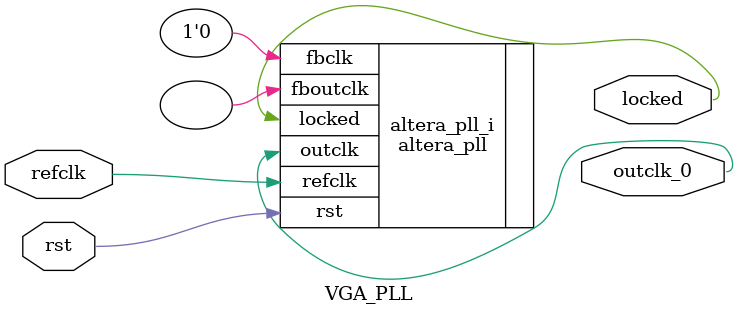
<source format=v>
`timescale 1 ps / 1 ps
module VGA_PLL (
		input  wire  refclk,   //  refclk.clk
		input  wire  rst,      //   reset.reset
		output wire  outclk_0, // outclk0.clk
		output wire  locked    //  locked.export
	);

	altera_pll #(
		.fractional_vco_multiplier("false"),
		.reference_clock_frequency("50.0 MHz"),
		.operation_mode("direct"),
		.number_of_clocks(1),
		.output_clock_frequency0("25.000000 MHz"),
		.phase_shift0("0 ps"),
		.duty_cycle0(50),
		.output_clock_frequency1("0 MHz"),
		.phase_shift1("0 ps"),
		.duty_cycle1(50),
		.output_clock_frequency2("0 MHz"),
		.phase_shift2("0 ps"),
		.duty_cycle2(50),
		.output_clock_frequency3("0 MHz"),
		.phase_shift3("0 ps"),
		.duty_cycle3(50),
		.output_clock_frequency4("0 MHz"),
		.phase_shift4("0 ps"),
		.duty_cycle4(50),
		.output_clock_frequency5("0 MHz"),
		.phase_shift5("0 ps"),
		.duty_cycle5(50),
		.output_clock_frequency6("0 MHz"),
		.phase_shift6("0 ps"),
		.duty_cycle6(50),
		.output_clock_frequency7("0 MHz"),
		.phase_shift7("0 ps"),
		.duty_cycle7(50),
		.output_clock_frequency8("0 MHz"),
		.phase_shift8("0 ps"),
		.duty_cycle8(50),
		.output_clock_frequency9("0 MHz"),
		.phase_shift9("0 ps"),
		.duty_cycle9(50),
		.output_clock_frequency10("0 MHz"),
		.phase_shift10("0 ps"),
		.duty_cycle10(50),
		.output_clock_frequency11("0 MHz"),
		.phase_shift11("0 ps"),
		.duty_cycle11(50),
		.output_clock_frequency12("0 MHz"),
		.phase_shift12("0 ps"),
		.duty_cycle12(50),
		.output_clock_frequency13("0 MHz"),
		.phase_shift13("0 ps"),
		.duty_cycle13(50),
		.output_clock_frequency14("0 MHz"),
		.phase_shift14("0 ps"),
		.duty_cycle14(50),
		.output_clock_frequency15("0 MHz"),
		.phase_shift15("0 ps"),
		.duty_cycle15(50),
		.output_clock_frequency16("0 MHz"),
		.phase_shift16("0 ps"),
		.duty_cycle16(50),
		.output_clock_frequency17("0 MHz"),
		.phase_shift17("0 ps"),
		.duty_cycle17(50),
		.pll_type("General"),
		.pll_subtype("General")
	) altera_pll_i (
		.rst	(rst),
		.outclk	({outclk_0}),
		.locked	(locked),
		.fboutclk	( ),
		.fbclk	(1'b0),
		.refclk	(refclk)
	);
endmodule


</source>
